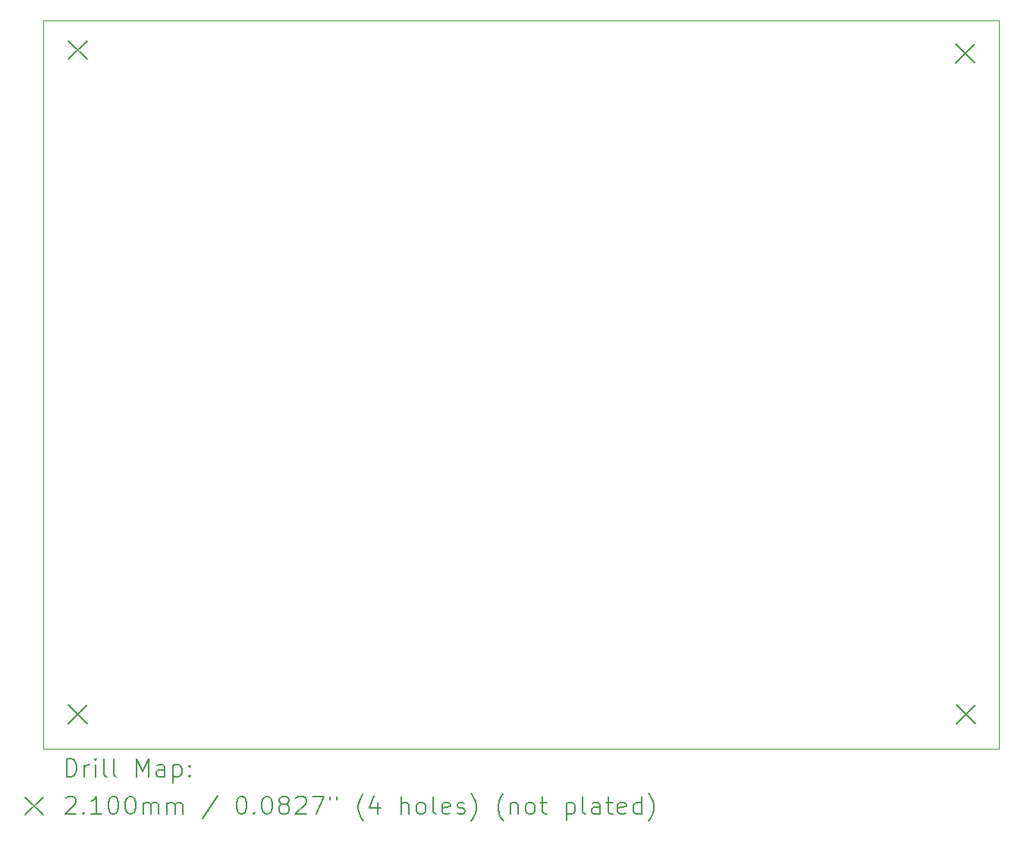
<source format=gbr>
%TF.GenerationSoftware,KiCad,Pcbnew,8.0.3*%
%TF.CreationDate,2024-10-03T16:40:50-03:00*%
%TF.ProjectId,check_point_1,63686563-6b5f-4706-9f69-6e745f312e6b,rev?*%
%TF.SameCoordinates,Original*%
%TF.FileFunction,Drillmap*%
%TF.FilePolarity,Positive*%
%FSLAX45Y45*%
G04 Gerber Fmt 4.5, Leading zero omitted, Abs format (unit mm)*
G04 Created by KiCad (PCBNEW 8.0.3) date 2024-10-03 16:40:50*
%MOMM*%
%LPD*%
G01*
G04 APERTURE LIST*
%ADD10C,0.050000*%
%ADD11C,0.200000*%
%ADD12C,0.210000*%
G04 APERTURE END LIST*
D10*
X2638000Y-5092000D02*
X13308000Y-5092000D01*
X13308000Y-13228000D01*
X2638000Y-13228000D01*
X2638000Y-5092000D01*
D11*
D12*
X2913000Y-5319000D02*
X3123000Y-5529000D01*
X3123000Y-5319000D02*
X2913000Y-5529000D01*
X2913000Y-12741000D02*
X3123000Y-12951000D01*
X3123000Y-12741000D02*
X2913000Y-12951000D01*
X12820000Y-5357000D02*
X13030000Y-5567000D01*
X13030000Y-5357000D02*
X12820000Y-5567000D01*
X12830000Y-12741000D02*
X13040000Y-12951000D01*
X13040000Y-12741000D02*
X12830000Y-12951000D01*
D11*
X2896277Y-13541984D02*
X2896277Y-13341984D01*
X2896277Y-13341984D02*
X2943896Y-13341984D01*
X2943896Y-13341984D02*
X2972467Y-13351508D01*
X2972467Y-13351508D02*
X2991515Y-13370555D01*
X2991515Y-13370555D02*
X3001039Y-13389603D01*
X3001039Y-13389603D02*
X3010562Y-13427698D01*
X3010562Y-13427698D02*
X3010562Y-13456269D01*
X3010562Y-13456269D02*
X3001039Y-13494365D01*
X3001039Y-13494365D02*
X2991515Y-13513412D01*
X2991515Y-13513412D02*
X2972467Y-13532460D01*
X2972467Y-13532460D02*
X2943896Y-13541984D01*
X2943896Y-13541984D02*
X2896277Y-13541984D01*
X3096277Y-13541984D02*
X3096277Y-13408650D01*
X3096277Y-13446746D02*
X3105801Y-13427698D01*
X3105801Y-13427698D02*
X3115324Y-13418174D01*
X3115324Y-13418174D02*
X3134372Y-13408650D01*
X3134372Y-13408650D02*
X3153420Y-13408650D01*
X3220086Y-13541984D02*
X3220086Y-13408650D01*
X3220086Y-13341984D02*
X3210562Y-13351508D01*
X3210562Y-13351508D02*
X3220086Y-13361031D01*
X3220086Y-13361031D02*
X3229610Y-13351508D01*
X3229610Y-13351508D02*
X3220086Y-13341984D01*
X3220086Y-13341984D02*
X3220086Y-13361031D01*
X3343896Y-13541984D02*
X3324848Y-13532460D01*
X3324848Y-13532460D02*
X3315324Y-13513412D01*
X3315324Y-13513412D02*
X3315324Y-13341984D01*
X3448658Y-13541984D02*
X3429610Y-13532460D01*
X3429610Y-13532460D02*
X3420086Y-13513412D01*
X3420086Y-13513412D02*
X3420086Y-13341984D01*
X3677229Y-13541984D02*
X3677229Y-13341984D01*
X3677229Y-13341984D02*
X3743896Y-13484841D01*
X3743896Y-13484841D02*
X3810562Y-13341984D01*
X3810562Y-13341984D02*
X3810562Y-13541984D01*
X3991515Y-13541984D02*
X3991515Y-13437222D01*
X3991515Y-13437222D02*
X3981991Y-13418174D01*
X3981991Y-13418174D02*
X3962943Y-13408650D01*
X3962943Y-13408650D02*
X3924848Y-13408650D01*
X3924848Y-13408650D02*
X3905801Y-13418174D01*
X3991515Y-13532460D02*
X3972467Y-13541984D01*
X3972467Y-13541984D02*
X3924848Y-13541984D01*
X3924848Y-13541984D02*
X3905801Y-13532460D01*
X3905801Y-13532460D02*
X3896277Y-13513412D01*
X3896277Y-13513412D02*
X3896277Y-13494365D01*
X3896277Y-13494365D02*
X3905801Y-13475317D01*
X3905801Y-13475317D02*
X3924848Y-13465793D01*
X3924848Y-13465793D02*
X3972467Y-13465793D01*
X3972467Y-13465793D02*
X3991515Y-13456269D01*
X4086753Y-13408650D02*
X4086753Y-13608650D01*
X4086753Y-13418174D02*
X4105801Y-13408650D01*
X4105801Y-13408650D02*
X4143896Y-13408650D01*
X4143896Y-13408650D02*
X4162943Y-13418174D01*
X4162943Y-13418174D02*
X4172467Y-13427698D01*
X4172467Y-13427698D02*
X4181991Y-13446746D01*
X4181991Y-13446746D02*
X4181991Y-13503888D01*
X4181991Y-13503888D02*
X4172467Y-13522936D01*
X4172467Y-13522936D02*
X4162943Y-13532460D01*
X4162943Y-13532460D02*
X4143896Y-13541984D01*
X4143896Y-13541984D02*
X4105801Y-13541984D01*
X4105801Y-13541984D02*
X4086753Y-13532460D01*
X4267705Y-13522936D02*
X4277229Y-13532460D01*
X4277229Y-13532460D02*
X4267705Y-13541984D01*
X4267705Y-13541984D02*
X4258182Y-13532460D01*
X4258182Y-13532460D02*
X4267705Y-13522936D01*
X4267705Y-13522936D02*
X4267705Y-13541984D01*
X4267705Y-13418174D02*
X4277229Y-13427698D01*
X4277229Y-13427698D02*
X4267705Y-13437222D01*
X4267705Y-13437222D02*
X4258182Y-13427698D01*
X4258182Y-13427698D02*
X4267705Y-13418174D01*
X4267705Y-13418174D02*
X4267705Y-13437222D01*
X2435500Y-13770500D02*
X2635500Y-13970500D01*
X2635500Y-13770500D02*
X2435500Y-13970500D01*
X2886753Y-13781031D02*
X2896277Y-13771508D01*
X2896277Y-13771508D02*
X2915324Y-13761984D01*
X2915324Y-13761984D02*
X2962943Y-13761984D01*
X2962943Y-13761984D02*
X2981991Y-13771508D01*
X2981991Y-13771508D02*
X2991515Y-13781031D01*
X2991515Y-13781031D02*
X3001039Y-13800079D01*
X3001039Y-13800079D02*
X3001039Y-13819127D01*
X3001039Y-13819127D02*
X2991515Y-13847698D01*
X2991515Y-13847698D02*
X2877229Y-13961984D01*
X2877229Y-13961984D02*
X3001039Y-13961984D01*
X3086753Y-13942936D02*
X3096277Y-13952460D01*
X3096277Y-13952460D02*
X3086753Y-13961984D01*
X3086753Y-13961984D02*
X3077229Y-13952460D01*
X3077229Y-13952460D02*
X3086753Y-13942936D01*
X3086753Y-13942936D02*
X3086753Y-13961984D01*
X3286753Y-13961984D02*
X3172467Y-13961984D01*
X3229610Y-13961984D02*
X3229610Y-13761984D01*
X3229610Y-13761984D02*
X3210562Y-13790555D01*
X3210562Y-13790555D02*
X3191515Y-13809603D01*
X3191515Y-13809603D02*
X3172467Y-13819127D01*
X3410562Y-13761984D02*
X3429610Y-13761984D01*
X3429610Y-13761984D02*
X3448658Y-13771508D01*
X3448658Y-13771508D02*
X3458182Y-13781031D01*
X3458182Y-13781031D02*
X3467705Y-13800079D01*
X3467705Y-13800079D02*
X3477229Y-13838174D01*
X3477229Y-13838174D02*
X3477229Y-13885793D01*
X3477229Y-13885793D02*
X3467705Y-13923888D01*
X3467705Y-13923888D02*
X3458182Y-13942936D01*
X3458182Y-13942936D02*
X3448658Y-13952460D01*
X3448658Y-13952460D02*
X3429610Y-13961984D01*
X3429610Y-13961984D02*
X3410562Y-13961984D01*
X3410562Y-13961984D02*
X3391515Y-13952460D01*
X3391515Y-13952460D02*
X3381991Y-13942936D01*
X3381991Y-13942936D02*
X3372467Y-13923888D01*
X3372467Y-13923888D02*
X3362943Y-13885793D01*
X3362943Y-13885793D02*
X3362943Y-13838174D01*
X3362943Y-13838174D02*
X3372467Y-13800079D01*
X3372467Y-13800079D02*
X3381991Y-13781031D01*
X3381991Y-13781031D02*
X3391515Y-13771508D01*
X3391515Y-13771508D02*
X3410562Y-13761984D01*
X3601039Y-13761984D02*
X3620086Y-13761984D01*
X3620086Y-13761984D02*
X3639134Y-13771508D01*
X3639134Y-13771508D02*
X3648658Y-13781031D01*
X3648658Y-13781031D02*
X3658182Y-13800079D01*
X3658182Y-13800079D02*
X3667705Y-13838174D01*
X3667705Y-13838174D02*
X3667705Y-13885793D01*
X3667705Y-13885793D02*
X3658182Y-13923888D01*
X3658182Y-13923888D02*
X3648658Y-13942936D01*
X3648658Y-13942936D02*
X3639134Y-13952460D01*
X3639134Y-13952460D02*
X3620086Y-13961984D01*
X3620086Y-13961984D02*
X3601039Y-13961984D01*
X3601039Y-13961984D02*
X3581991Y-13952460D01*
X3581991Y-13952460D02*
X3572467Y-13942936D01*
X3572467Y-13942936D02*
X3562943Y-13923888D01*
X3562943Y-13923888D02*
X3553420Y-13885793D01*
X3553420Y-13885793D02*
X3553420Y-13838174D01*
X3553420Y-13838174D02*
X3562943Y-13800079D01*
X3562943Y-13800079D02*
X3572467Y-13781031D01*
X3572467Y-13781031D02*
X3581991Y-13771508D01*
X3581991Y-13771508D02*
X3601039Y-13761984D01*
X3753420Y-13961984D02*
X3753420Y-13828650D01*
X3753420Y-13847698D02*
X3762943Y-13838174D01*
X3762943Y-13838174D02*
X3781991Y-13828650D01*
X3781991Y-13828650D02*
X3810563Y-13828650D01*
X3810563Y-13828650D02*
X3829610Y-13838174D01*
X3829610Y-13838174D02*
X3839134Y-13857222D01*
X3839134Y-13857222D02*
X3839134Y-13961984D01*
X3839134Y-13857222D02*
X3848658Y-13838174D01*
X3848658Y-13838174D02*
X3867705Y-13828650D01*
X3867705Y-13828650D02*
X3896277Y-13828650D01*
X3896277Y-13828650D02*
X3915324Y-13838174D01*
X3915324Y-13838174D02*
X3924848Y-13857222D01*
X3924848Y-13857222D02*
X3924848Y-13961984D01*
X4020086Y-13961984D02*
X4020086Y-13828650D01*
X4020086Y-13847698D02*
X4029610Y-13838174D01*
X4029610Y-13838174D02*
X4048658Y-13828650D01*
X4048658Y-13828650D02*
X4077229Y-13828650D01*
X4077229Y-13828650D02*
X4096277Y-13838174D01*
X4096277Y-13838174D02*
X4105801Y-13857222D01*
X4105801Y-13857222D02*
X4105801Y-13961984D01*
X4105801Y-13857222D02*
X4115324Y-13838174D01*
X4115324Y-13838174D02*
X4134372Y-13828650D01*
X4134372Y-13828650D02*
X4162943Y-13828650D01*
X4162943Y-13828650D02*
X4181991Y-13838174D01*
X4181991Y-13838174D02*
X4191515Y-13857222D01*
X4191515Y-13857222D02*
X4191515Y-13961984D01*
X4581991Y-13752460D02*
X4410563Y-14009603D01*
X4839134Y-13761984D02*
X4858182Y-13761984D01*
X4858182Y-13761984D02*
X4877229Y-13771508D01*
X4877229Y-13771508D02*
X4886753Y-13781031D01*
X4886753Y-13781031D02*
X4896277Y-13800079D01*
X4896277Y-13800079D02*
X4905801Y-13838174D01*
X4905801Y-13838174D02*
X4905801Y-13885793D01*
X4905801Y-13885793D02*
X4896277Y-13923888D01*
X4896277Y-13923888D02*
X4886753Y-13942936D01*
X4886753Y-13942936D02*
X4877229Y-13952460D01*
X4877229Y-13952460D02*
X4858182Y-13961984D01*
X4858182Y-13961984D02*
X4839134Y-13961984D01*
X4839134Y-13961984D02*
X4820087Y-13952460D01*
X4820087Y-13952460D02*
X4810563Y-13942936D01*
X4810563Y-13942936D02*
X4801039Y-13923888D01*
X4801039Y-13923888D02*
X4791515Y-13885793D01*
X4791515Y-13885793D02*
X4791515Y-13838174D01*
X4791515Y-13838174D02*
X4801039Y-13800079D01*
X4801039Y-13800079D02*
X4810563Y-13781031D01*
X4810563Y-13781031D02*
X4820087Y-13771508D01*
X4820087Y-13771508D02*
X4839134Y-13761984D01*
X4991515Y-13942936D02*
X5001039Y-13952460D01*
X5001039Y-13952460D02*
X4991515Y-13961984D01*
X4991515Y-13961984D02*
X4981991Y-13952460D01*
X4981991Y-13952460D02*
X4991515Y-13942936D01*
X4991515Y-13942936D02*
X4991515Y-13961984D01*
X5124848Y-13761984D02*
X5143896Y-13761984D01*
X5143896Y-13761984D02*
X5162944Y-13771508D01*
X5162944Y-13771508D02*
X5172468Y-13781031D01*
X5172468Y-13781031D02*
X5181991Y-13800079D01*
X5181991Y-13800079D02*
X5191515Y-13838174D01*
X5191515Y-13838174D02*
X5191515Y-13885793D01*
X5191515Y-13885793D02*
X5181991Y-13923888D01*
X5181991Y-13923888D02*
X5172468Y-13942936D01*
X5172468Y-13942936D02*
X5162944Y-13952460D01*
X5162944Y-13952460D02*
X5143896Y-13961984D01*
X5143896Y-13961984D02*
X5124848Y-13961984D01*
X5124848Y-13961984D02*
X5105801Y-13952460D01*
X5105801Y-13952460D02*
X5096277Y-13942936D01*
X5096277Y-13942936D02*
X5086753Y-13923888D01*
X5086753Y-13923888D02*
X5077229Y-13885793D01*
X5077229Y-13885793D02*
X5077229Y-13838174D01*
X5077229Y-13838174D02*
X5086753Y-13800079D01*
X5086753Y-13800079D02*
X5096277Y-13781031D01*
X5096277Y-13781031D02*
X5105801Y-13771508D01*
X5105801Y-13771508D02*
X5124848Y-13761984D01*
X5305801Y-13847698D02*
X5286753Y-13838174D01*
X5286753Y-13838174D02*
X5277229Y-13828650D01*
X5277229Y-13828650D02*
X5267706Y-13809603D01*
X5267706Y-13809603D02*
X5267706Y-13800079D01*
X5267706Y-13800079D02*
X5277229Y-13781031D01*
X5277229Y-13781031D02*
X5286753Y-13771508D01*
X5286753Y-13771508D02*
X5305801Y-13761984D01*
X5305801Y-13761984D02*
X5343896Y-13761984D01*
X5343896Y-13761984D02*
X5362944Y-13771508D01*
X5362944Y-13771508D02*
X5372468Y-13781031D01*
X5372468Y-13781031D02*
X5381991Y-13800079D01*
X5381991Y-13800079D02*
X5381991Y-13809603D01*
X5381991Y-13809603D02*
X5372468Y-13828650D01*
X5372468Y-13828650D02*
X5362944Y-13838174D01*
X5362944Y-13838174D02*
X5343896Y-13847698D01*
X5343896Y-13847698D02*
X5305801Y-13847698D01*
X5305801Y-13847698D02*
X5286753Y-13857222D01*
X5286753Y-13857222D02*
X5277229Y-13866746D01*
X5277229Y-13866746D02*
X5267706Y-13885793D01*
X5267706Y-13885793D02*
X5267706Y-13923888D01*
X5267706Y-13923888D02*
X5277229Y-13942936D01*
X5277229Y-13942936D02*
X5286753Y-13952460D01*
X5286753Y-13952460D02*
X5305801Y-13961984D01*
X5305801Y-13961984D02*
X5343896Y-13961984D01*
X5343896Y-13961984D02*
X5362944Y-13952460D01*
X5362944Y-13952460D02*
X5372468Y-13942936D01*
X5372468Y-13942936D02*
X5381991Y-13923888D01*
X5381991Y-13923888D02*
X5381991Y-13885793D01*
X5381991Y-13885793D02*
X5372468Y-13866746D01*
X5372468Y-13866746D02*
X5362944Y-13857222D01*
X5362944Y-13857222D02*
X5343896Y-13847698D01*
X5458182Y-13781031D02*
X5467706Y-13771508D01*
X5467706Y-13771508D02*
X5486753Y-13761984D01*
X5486753Y-13761984D02*
X5534372Y-13761984D01*
X5534372Y-13761984D02*
X5553420Y-13771508D01*
X5553420Y-13771508D02*
X5562944Y-13781031D01*
X5562944Y-13781031D02*
X5572468Y-13800079D01*
X5572468Y-13800079D02*
X5572468Y-13819127D01*
X5572468Y-13819127D02*
X5562944Y-13847698D01*
X5562944Y-13847698D02*
X5448658Y-13961984D01*
X5448658Y-13961984D02*
X5572468Y-13961984D01*
X5639134Y-13761984D02*
X5772467Y-13761984D01*
X5772467Y-13761984D02*
X5686753Y-13961984D01*
X5839134Y-13761984D02*
X5839134Y-13800079D01*
X5915325Y-13761984D02*
X5915325Y-13800079D01*
X6210563Y-14038174D02*
X6201039Y-14028650D01*
X6201039Y-14028650D02*
X6181991Y-14000079D01*
X6181991Y-14000079D02*
X6172468Y-13981031D01*
X6172468Y-13981031D02*
X6162944Y-13952460D01*
X6162944Y-13952460D02*
X6153420Y-13904841D01*
X6153420Y-13904841D02*
X6153420Y-13866746D01*
X6153420Y-13866746D02*
X6162944Y-13819127D01*
X6162944Y-13819127D02*
X6172468Y-13790555D01*
X6172468Y-13790555D02*
X6181991Y-13771508D01*
X6181991Y-13771508D02*
X6201039Y-13742936D01*
X6201039Y-13742936D02*
X6210563Y-13733412D01*
X6372468Y-13828650D02*
X6372468Y-13961984D01*
X6324848Y-13752460D02*
X6277229Y-13895317D01*
X6277229Y-13895317D02*
X6401039Y-13895317D01*
X6629610Y-13961984D02*
X6629610Y-13761984D01*
X6715325Y-13961984D02*
X6715325Y-13857222D01*
X6715325Y-13857222D02*
X6705801Y-13838174D01*
X6705801Y-13838174D02*
X6686753Y-13828650D01*
X6686753Y-13828650D02*
X6658182Y-13828650D01*
X6658182Y-13828650D02*
X6639134Y-13838174D01*
X6639134Y-13838174D02*
X6629610Y-13847698D01*
X6839134Y-13961984D02*
X6820087Y-13952460D01*
X6820087Y-13952460D02*
X6810563Y-13942936D01*
X6810563Y-13942936D02*
X6801039Y-13923888D01*
X6801039Y-13923888D02*
X6801039Y-13866746D01*
X6801039Y-13866746D02*
X6810563Y-13847698D01*
X6810563Y-13847698D02*
X6820087Y-13838174D01*
X6820087Y-13838174D02*
X6839134Y-13828650D01*
X6839134Y-13828650D02*
X6867706Y-13828650D01*
X6867706Y-13828650D02*
X6886753Y-13838174D01*
X6886753Y-13838174D02*
X6896277Y-13847698D01*
X6896277Y-13847698D02*
X6905801Y-13866746D01*
X6905801Y-13866746D02*
X6905801Y-13923888D01*
X6905801Y-13923888D02*
X6896277Y-13942936D01*
X6896277Y-13942936D02*
X6886753Y-13952460D01*
X6886753Y-13952460D02*
X6867706Y-13961984D01*
X6867706Y-13961984D02*
X6839134Y-13961984D01*
X7020087Y-13961984D02*
X7001039Y-13952460D01*
X7001039Y-13952460D02*
X6991515Y-13933412D01*
X6991515Y-13933412D02*
X6991515Y-13761984D01*
X7172468Y-13952460D02*
X7153420Y-13961984D01*
X7153420Y-13961984D02*
X7115325Y-13961984D01*
X7115325Y-13961984D02*
X7096277Y-13952460D01*
X7096277Y-13952460D02*
X7086753Y-13933412D01*
X7086753Y-13933412D02*
X7086753Y-13857222D01*
X7086753Y-13857222D02*
X7096277Y-13838174D01*
X7096277Y-13838174D02*
X7115325Y-13828650D01*
X7115325Y-13828650D02*
X7153420Y-13828650D01*
X7153420Y-13828650D02*
X7172468Y-13838174D01*
X7172468Y-13838174D02*
X7181991Y-13857222D01*
X7181991Y-13857222D02*
X7181991Y-13876269D01*
X7181991Y-13876269D02*
X7086753Y-13895317D01*
X7258182Y-13952460D02*
X7277230Y-13961984D01*
X7277230Y-13961984D02*
X7315325Y-13961984D01*
X7315325Y-13961984D02*
X7334372Y-13952460D01*
X7334372Y-13952460D02*
X7343896Y-13933412D01*
X7343896Y-13933412D02*
X7343896Y-13923888D01*
X7343896Y-13923888D02*
X7334372Y-13904841D01*
X7334372Y-13904841D02*
X7315325Y-13895317D01*
X7315325Y-13895317D02*
X7286753Y-13895317D01*
X7286753Y-13895317D02*
X7267706Y-13885793D01*
X7267706Y-13885793D02*
X7258182Y-13866746D01*
X7258182Y-13866746D02*
X7258182Y-13857222D01*
X7258182Y-13857222D02*
X7267706Y-13838174D01*
X7267706Y-13838174D02*
X7286753Y-13828650D01*
X7286753Y-13828650D02*
X7315325Y-13828650D01*
X7315325Y-13828650D02*
X7334372Y-13838174D01*
X7410563Y-14038174D02*
X7420087Y-14028650D01*
X7420087Y-14028650D02*
X7439134Y-14000079D01*
X7439134Y-14000079D02*
X7448658Y-13981031D01*
X7448658Y-13981031D02*
X7458182Y-13952460D01*
X7458182Y-13952460D02*
X7467706Y-13904841D01*
X7467706Y-13904841D02*
X7467706Y-13866746D01*
X7467706Y-13866746D02*
X7458182Y-13819127D01*
X7458182Y-13819127D02*
X7448658Y-13790555D01*
X7448658Y-13790555D02*
X7439134Y-13771508D01*
X7439134Y-13771508D02*
X7420087Y-13742936D01*
X7420087Y-13742936D02*
X7410563Y-13733412D01*
X7772468Y-14038174D02*
X7762944Y-14028650D01*
X7762944Y-14028650D02*
X7743896Y-14000079D01*
X7743896Y-14000079D02*
X7734372Y-13981031D01*
X7734372Y-13981031D02*
X7724849Y-13952460D01*
X7724849Y-13952460D02*
X7715325Y-13904841D01*
X7715325Y-13904841D02*
X7715325Y-13866746D01*
X7715325Y-13866746D02*
X7724849Y-13819127D01*
X7724849Y-13819127D02*
X7734372Y-13790555D01*
X7734372Y-13790555D02*
X7743896Y-13771508D01*
X7743896Y-13771508D02*
X7762944Y-13742936D01*
X7762944Y-13742936D02*
X7772468Y-13733412D01*
X7848658Y-13828650D02*
X7848658Y-13961984D01*
X7848658Y-13847698D02*
X7858182Y-13838174D01*
X7858182Y-13838174D02*
X7877230Y-13828650D01*
X7877230Y-13828650D02*
X7905801Y-13828650D01*
X7905801Y-13828650D02*
X7924849Y-13838174D01*
X7924849Y-13838174D02*
X7934372Y-13857222D01*
X7934372Y-13857222D02*
X7934372Y-13961984D01*
X8058182Y-13961984D02*
X8039134Y-13952460D01*
X8039134Y-13952460D02*
X8029611Y-13942936D01*
X8029611Y-13942936D02*
X8020087Y-13923888D01*
X8020087Y-13923888D02*
X8020087Y-13866746D01*
X8020087Y-13866746D02*
X8029611Y-13847698D01*
X8029611Y-13847698D02*
X8039134Y-13838174D01*
X8039134Y-13838174D02*
X8058182Y-13828650D01*
X8058182Y-13828650D02*
X8086753Y-13828650D01*
X8086753Y-13828650D02*
X8105801Y-13838174D01*
X8105801Y-13838174D02*
X8115325Y-13847698D01*
X8115325Y-13847698D02*
X8124849Y-13866746D01*
X8124849Y-13866746D02*
X8124849Y-13923888D01*
X8124849Y-13923888D02*
X8115325Y-13942936D01*
X8115325Y-13942936D02*
X8105801Y-13952460D01*
X8105801Y-13952460D02*
X8086753Y-13961984D01*
X8086753Y-13961984D02*
X8058182Y-13961984D01*
X8181992Y-13828650D02*
X8258182Y-13828650D01*
X8210563Y-13761984D02*
X8210563Y-13933412D01*
X8210563Y-13933412D02*
X8220087Y-13952460D01*
X8220087Y-13952460D02*
X8239134Y-13961984D01*
X8239134Y-13961984D02*
X8258182Y-13961984D01*
X8477230Y-13828650D02*
X8477230Y-14028650D01*
X8477230Y-13838174D02*
X8496277Y-13828650D01*
X8496277Y-13828650D02*
X8534373Y-13828650D01*
X8534373Y-13828650D02*
X8553420Y-13838174D01*
X8553420Y-13838174D02*
X8562944Y-13847698D01*
X8562944Y-13847698D02*
X8572468Y-13866746D01*
X8572468Y-13866746D02*
X8572468Y-13923888D01*
X8572468Y-13923888D02*
X8562944Y-13942936D01*
X8562944Y-13942936D02*
X8553420Y-13952460D01*
X8553420Y-13952460D02*
X8534373Y-13961984D01*
X8534373Y-13961984D02*
X8496277Y-13961984D01*
X8496277Y-13961984D02*
X8477230Y-13952460D01*
X8686754Y-13961984D02*
X8667706Y-13952460D01*
X8667706Y-13952460D02*
X8658182Y-13933412D01*
X8658182Y-13933412D02*
X8658182Y-13761984D01*
X8848658Y-13961984D02*
X8848658Y-13857222D01*
X8848658Y-13857222D02*
X8839135Y-13838174D01*
X8839135Y-13838174D02*
X8820087Y-13828650D01*
X8820087Y-13828650D02*
X8781992Y-13828650D01*
X8781992Y-13828650D02*
X8762944Y-13838174D01*
X8848658Y-13952460D02*
X8829611Y-13961984D01*
X8829611Y-13961984D02*
X8781992Y-13961984D01*
X8781992Y-13961984D02*
X8762944Y-13952460D01*
X8762944Y-13952460D02*
X8753420Y-13933412D01*
X8753420Y-13933412D02*
X8753420Y-13914365D01*
X8753420Y-13914365D02*
X8762944Y-13895317D01*
X8762944Y-13895317D02*
X8781992Y-13885793D01*
X8781992Y-13885793D02*
X8829611Y-13885793D01*
X8829611Y-13885793D02*
X8848658Y-13876269D01*
X8915325Y-13828650D02*
X8991515Y-13828650D01*
X8943896Y-13761984D02*
X8943896Y-13933412D01*
X8943896Y-13933412D02*
X8953420Y-13952460D01*
X8953420Y-13952460D02*
X8972468Y-13961984D01*
X8972468Y-13961984D02*
X8991515Y-13961984D01*
X9134373Y-13952460D02*
X9115325Y-13961984D01*
X9115325Y-13961984D02*
X9077230Y-13961984D01*
X9077230Y-13961984D02*
X9058182Y-13952460D01*
X9058182Y-13952460D02*
X9048658Y-13933412D01*
X9048658Y-13933412D02*
X9048658Y-13857222D01*
X9048658Y-13857222D02*
X9058182Y-13838174D01*
X9058182Y-13838174D02*
X9077230Y-13828650D01*
X9077230Y-13828650D02*
X9115325Y-13828650D01*
X9115325Y-13828650D02*
X9134373Y-13838174D01*
X9134373Y-13838174D02*
X9143896Y-13857222D01*
X9143896Y-13857222D02*
X9143896Y-13876269D01*
X9143896Y-13876269D02*
X9048658Y-13895317D01*
X9315325Y-13961984D02*
X9315325Y-13761984D01*
X9315325Y-13952460D02*
X9296277Y-13961984D01*
X9296277Y-13961984D02*
X9258182Y-13961984D01*
X9258182Y-13961984D02*
X9239135Y-13952460D01*
X9239135Y-13952460D02*
X9229611Y-13942936D01*
X9229611Y-13942936D02*
X9220087Y-13923888D01*
X9220087Y-13923888D02*
X9220087Y-13866746D01*
X9220087Y-13866746D02*
X9229611Y-13847698D01*
X9229611Y-13847698D02*
X9239135Y-13838174D01*
X9239135Y-13838174D02*
X9258182Y-13828650D01*
X9258182Y-13828650D02*
X9296277Y-13828650D01*
X9296277Y-13828650D02*
X9315325Y-13838174D01*
X9391516Y-14038174D02*
X9401039Y-14028650D01*
X9401039Y-14028650D02*
X9420087Y-14000079D01*
X9420087Y-14000079D02*
X9429611Y-13981031D01*
X9429611Y-13981031D02*
X9439135Y-13952460D01*
X9439135Y-13952460D02*
X9448658Y-13904841D01*
X9448658Y-13904841D02*
X9448658Y-13866746D01*
X9448658Y-13866746D02*
X9439135Y-13819127D01*
X9439135Y-13819127D02*
X9429611Y-13790555D01*
X9429611Y-13790555D02*
X9420087Y-13771508D01*
X9420087Y-13771508D02*
X9401039Y-13742936D01*
X9401039Y-13742936D02*
X9391516Y-13733412D01*
M02*

</source>
